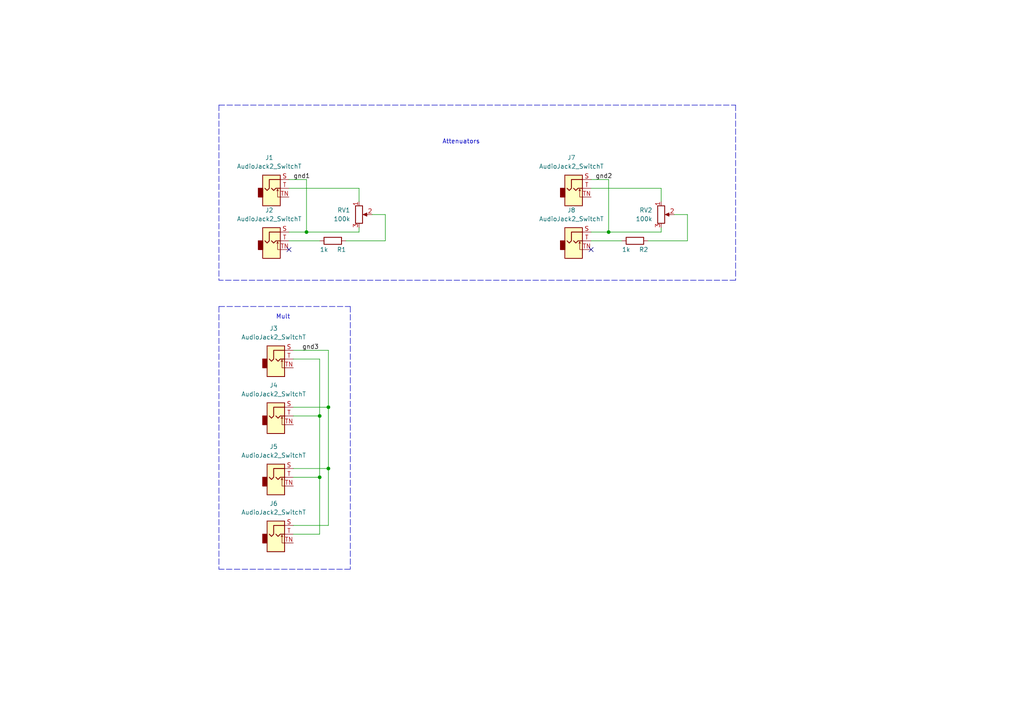
<source format=kicad_sch>
(kicad_sch (version 20211123) (generator eeschema)
  (paper "A4")
  (lib_symbols
    (symbol "Connector:AudioJack2_SwitchT"
      (property "Reference" "J" (at 0 8.89 0))
      (property "Value" "AudioJack2_SwitchT" (at 0 6.35 0))
      (symbol "AudioJack2_SwitchT_0_1"
        (rectangle (start -2.54 0) (end -3.81 -2.54) (stroke (width 0.254)) (fill (type outline)))
        (polyline (pts (xy 1.778 -0.254) (xy 2.032 -0.762)))
        (polyline (pts (xy 0 0) (xy 0.635 -0.635) (xy 1.27 0) (xy 2.54 0)) (stroke (width 0.254)))
        (polyline (pts (xy 2.54 -2.54) (xy 1.778 -2.54) (xy 1.778 -0.254) (xy 1.524 -0.762)))
        (polyline (pts (xy 2.54 2.54) (xy -0.635 2.54) (xy -0.635 0) (xy -1.27 -0.635) (xy -1.905 0)) (stroke (width 0.254)))
        (rectangle (start 2.54 3.81) (end -2.54 -5.08) (stroke (width 0.254)) (fill (type background)))
      )
      (symbol "AudioJack2_SwitchT_1_1"
        (pin passive line (at 5.08 2.54 180) (length 2.54) (name "~") (number "S"))
        (pin passive line (at 5.08 0 180) (length 2.54) (name "~") (number "T"))
        (pin passive line (at 5.08 -2.54 180) (length 2.54) (name "~") (number "TN"))
      )
    )
    (symbol "Device:R" (pin_numbers hide) (pin_names (offset 0))
      (property "Reference" "R" (at 2.032 0 90))
      (property "Value" "R" (at 0 0 90))
      (symbol "R_0_1"
        (rectangle (start -1.016 -2.54) (end 1.016 2.54) (stroke (width 0.254)))
      )
      (symbol "R_1_1"
        (pin passive line (at 0 3.81 270) (length 1.27) (name "~") (number "1"))
        (pin passive line (at 0 -3.81 90) (length 1.27) (name "~") (number "2"))
      )
    )
    (symbol "Device:R_Potentiometer" (pin_names (offset 1.016) hide)
      (property "Reference" "RV" (at -4.445 0 90))
      (property "Value" "R_Potentiometer" (at -2.54 0 90))
      (symbol "R_Potentiometer_0_1"
        (polyline (pts (xy 2.54 0) (xy 1.524 0)))
        (polyline (pts (xy 1.143 0) (xy 2.286 0.508) (xy 2.286 -0.508) (xy 1.143 0)) (fill (type outline)))
        (rectangle (start 1.016 2.54) (end -1.016 -2.54) (stroke (width 0.254)))
      )
      (symbol "R_Potentiometer_1_1"
        (pin passive line (at 0 3.81 270) (length 1.27) (name "1") (number "1"))
        (pin passive line (at 3.81 0 180) (length 1.27) (name "2") (number "2"))
        (pin passive line (at 0 -3.81 90) (length 1.27) (name "3") (number "3"))
      )
    )
  )
  (junction (at 95.25 118.11))
  (junction (at 176.53 67.31))
  (junction (at 92.71 138.43))
  (junction (at 88.9 67.31))
  (junction (at 92.71 120.65))
  (junction (at 95.25 135.89))
  (no_connect (at 83.82 72.39))
  (no_connect (at 171.45 72.39))
  (wire (pts (xy 92.71 138.43) (xy 85.09 138.43)))
  (wire (pts (xy 88.9 67.31) (xy 104.14 67.31)))
  (wire (pts (xy 171.45 69.85) (xy 180.34 69.85)))
  (wire (pts (xy 199.39 69.85) (xy 199.39 62.23)))
  (wire (pts (xy 92.71 138.43) (xy 92.71 154.94)))
  (wire (pts (xy 83.82 69.85) (xy 92.71 69.85)))
  (wire (pts (xy 191.77 66.04) (xy 191.77 67.31)))
  (wire (pts (xy 104.14 54.61) (xy 104.14 58.42)))
  (wire (pts (xy 92.71 120.65) (xy 92.71 138.43)))
  (wire (pts (xy 95.25 152.4) (xy 85.09 152.4)))
  (polyline (pts (xy 63.5 88.9) (xy 101.6 88.9)))
  (wire (pts (xy 83.82 52.07) (xy 88.9 52.07)))
  (wire (pts (xy 191.77 54.61) (xy 191.77 58.42)))
  (wire (pts (xy 100.33 69.85) (xy 111.76 69.85)))
  (polyline (pts (xy 213.36 30.48) (xy 213.36 81.28)))
  (wire (pts (xy 176.53 52.07) (xy 176.53 67.31)))
  (wire (pts (xy 88.9 52.07) (xy 88.9 67.31)))
  (wire (pts (xy 95.25 118.11) (xy 85.09 118.11)))
  (wire (pts (xy 171.45 54.61) (xy 191.77 54.61)))
  (wire (pts (xy 95.25 135.89) (xy 85.09 135.89)))
  (polyline (pts (xy 213.36 81.28) (xy 63.5 81.28)))
  (wire (pts (xy 176.53 67.31) (xy 171.45 67.31)))
  (wire (pts (xy 171.45 52.07) (xy 176.53 52.07)))
  (wire (pts (xy 83.82 54.61) (xy 104.14 54.61)))
  (wire (pts (xy 92.71 154.94) (xy 85.09 154.94)))
  (polyline (pts (xy 101.6 88.9) (xy 101.6 165.1)))
  (wire (pts (xy 199.39 62.23) (xy 195.58 62.23)))
  (wire (pts (xy 111.76 62.23) (xy 107.95 62.23)))
  (wire (pts (xy 85.09 101.6) (xy 95.25 101.6)))
  (wire (pts (xy 104.14 66.04) (xy 104.14 67.31)))
  (wire (pts (xy 92.71 104.14) (xy 92.71 120.65)))
  (wire (pts (xy 187.96 69.85) (xy 199.39 69.85)))
  (wire (pts (xy 95.25 118.11) (xy 95.25 135.89)))
  (polyline (pts (xy 63.5 30.48) (xy 63.5 81.28)))
  (polyline (pts (xy 63.5 88.9) (xy 63.5 165.1)))
  (wire (pts (xy 88.9 67.31) (xy 83.82 67.31)))
  (polyline (pts (xy 63.5 30.48) (xy 213.36 30.48)))
  (wire (pts (xy 176.53 67.31) (xy 191.77 67.31)))
  (wire (pts (xy 95.25 101.6) (xy 95.25 118.11)))
  (wire (pts (xy 92.71 120.65) (xy 85.09 120.65)))
  (wire (pts (xy 85.09 104.14) (xy 92.71 104.14)))
  (wire (pts (xy 111.76 69.85) (xy 111.76 62.23)))
  (wire (pts (xy 95.25 135.89) (xy 95.25 152.4)))
  (polyline (pts (xy 101.6 165.1) (xy 63.5 165.1)))
  (text "Attenuators" (at 128.27 41.91 0) (effects (font (size 1.27 1.27)) (justify left bottom)))
  (text "Mult" (at 80.01 92.71 0) (effects (font (size 1.27 1.27)) (justify left bottom)))
  (label "gnd2" (at 172.72 52.07 0))
  (label "gnd1" (at 85.09 52.07 0))
  (label "gnd3" (at 87.63 101.6 0))
  (symbol (lib_id "Connector:AudioJack2_SwitchT") (at 78.74 69.85 0) (unit 1)
    (property "Reference" "J2" (at 78.105 60.96 0))
    (property "Value" "AudioJack2_SwitchT" (at 78.105 63.5 0))
    (property "Footprint" "eurorack_footprints:audio_jack_pj-398sm" (effects hide))
  )
  (symbol (lib_id "Device:R") (at 96.52 69.85 90) (mirror x) (unit 1)
    (property "Reference" "R1" (at 99.06 72.39 90))
    (property "Value" "1k" (at 93.98 72.39 90))
    (property "Footprint" "Resistor_THT:R_Axial_DIN0207_L6.3mm_D2.5mm_P10.16mm_Horizontal" (effects hide))
  )
  (symbol (lib_id "Connector:AudioJack2_SwitchT") (at 80.01 154.94 0) (unit 1)
    (property "Reference" "J6" (at 79.375 146.05 0))
    (property "Value" "AudioJack2_SwitchT" (at 79.375 148.59 0))
    (property "Footprint" "eurorack_footprints:audio_jack_pj-398sm" (effects hide))
  )
  (symbol (lib_id "Connector:AudioJack2_SwitchT") (at 80.01 104.14 0) (unit 1)
    (property "Reference" "J3" (at 79.375 95.25 0))
    (property "Value" "AudioJack2_SwitchT" (at 79.375 97.79 0))
    (property "Footprint" "eurorack_footprints:audio_jack_pj-398sm" (effects hide))
  )
  (symbol (lib_id "Connector:AudioJack2_SwitchT") (at 78.74 54.61 0) (unit 1)
    (property "Reference" "J1" (at 78.105 45.72 0))
    (property "Value" "AudioJack2_SwitchT" (at 78.105 48.26 0))
    (property "Footprint" "eurorack_footprints:audio_jack_pj-398sm" (effects hide))
  )
  (symbol (lib_id "Connector:AudioJack2_SwitchT") (at 80.01 120.65 0) (unit 1)
    (property "Reference" "J4" (at 79.375 111.76 0))
    (property "Value" "AudioJack2_SwitchT" (at 79.375 114.3 0))
    (property "Footprint" "eurorack_footprints:audio_jack_pj-398sm" (effects hide))
  )
  (symbol (lib_id "Device:R_Potentiometer") (at 104.14 62.23 0) (unit 1)
    (property "Reference" "RV1" (at 101.6 60.9599 0) (effects (justify right)))
    (property "Value" "100k" (at 101.6 63.4999 0) (effects (justify right)))
    (property "Footprint" "eurorack_footprints:pot1_B" (effects hide))
  )
  (symbol (lib_id "Device:R") (at 184.15 69.85 90) (mirror x) (unit 1)
    (property "Reference" "R2" (at 186.69 72.39 90))
    (property "Value" "1k" (at 181.61 72.39 90))
    (property "Footprint" "Resistor_THT:R_Axial_DIN0207_L6.3mm_D2.5mm_P10.16mm_Horizontal" (effects hide))
  )
  (symbol (lib_id "Connector:AudioJack2_SwitchT") (at 80.01 138.43 0) (unit 1)
    (property "Reference" "J5" (at 79.375 129.54 0))
    (property "Value" "AudioJack2_SwitchT" (at 79.375 132.08 0))
    (property "Footprint" "eurorack_footprints:audio_jack_pj-398sm" (effects hide))
  )
  (symbol (lib_id "Connector:AudioJack2_SwitchT") (at 166.37 54.61 0) (unit 1)
    (property "Reference" "J7" (at 165.735 45.72 0))
    (property "Value" "AudioJack2_SwitchT" (at 165.735 48.26 0))
    (property "Footprint" "eurorack_footprints:audio_jack_pj-398sm" (effects hide))
  )
  (symbol (lib_id "Connector:AudioJack2_SwitchT") (at 166.37 69.85 0) (unit 1)
    (property "Reference" "J8" (at 165.735 60.96 0))
    (property "Value" "AudioJack2_SwitchT" (at 165.735 63.5 0))
    (property "Footprint" "eurorack_footprints:audio_jack_pj-398sm" (effects hide))
  )
  (symbol (lib_id "Device:R_Potentiometer") (at 191.77 62.23 0) (unit 1)
    (property "Reference" "RV2" (at 189.23 60.9599 0) (effects (justify right)))
    (property "Value" "100k" (at 189.23 63.4999 0) (effects (justify right)))
    (property "Footprint" "eurorack_footprints:pot1_B" (effects hide))
  )
)
</source>
